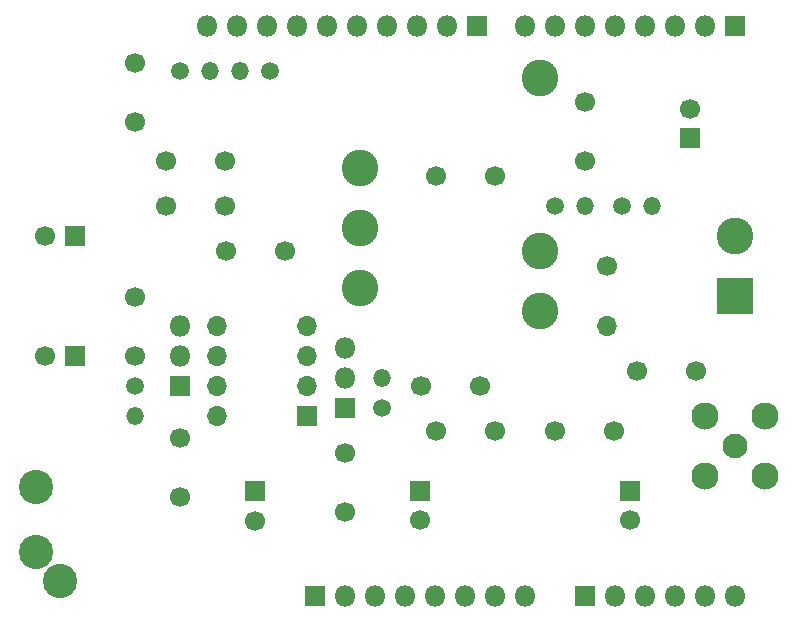
<source format=gbs>
%TF.GenerationSoftware,KiCad,Pcbnew,5.1.6-c6e7f7d~87~ubuntu16.04.1*%
%TF.CreationDate,2020-08-09T11:03:00+09:00*%
%TF.ProjectId,Akashi-07,416b6173-6869-42d3-9037-2e6b69636164,rev?*%
%TF.SameCoordinates,Original*%
%TF.FileFunction,Soldermask,Bot*%
%TF.FilePolarity,Negative*%
%FSLAX46Y46*%
G04 Gerber Fmt 4.6, Leading zero omitted, Abs format (unit mm)*
G04 Created by KiCad (PCBNEW 5.1.6-c6e7f7d~87~ubuntu16.04.1) date 2020-08-09 11:03:00*
%MOMM*%
%LPD*%
G01*
G04 APERTURE LIST*
%ADD10C,1.700000*%
%ADD11O,1.700000X1.700000*%
%ADD12R,1.800000X1.800000*%
%ADD13O,1.800000X1.800000*%
%ADD14C,2.900000*%
%ADD15C,3.100000*%
%ADD16R,1.700000X1.700000*%
%ADD17C,1.500000*%
%ADD18O,1.500000X1.500000*%
%ADD19R,3.100000X3.100000*%
%ADD20C,2.300000*%
%ADD21C,2.100000*%
G04 APERTURE END LIST*
D10*
%TO.C,L1*%
X164465000Y-93980000D03*
D11*
X164465000Y-99060000D03*
%TD*%
D10*
%TO.C,C1*%
X124460000Y-81835000D03*
X124460000Y-76835000D03*
%TD*%
%TO.C,C12*%
X124460000Y-101600000D03*
X124460000Y-96600000D03*
%TD*%
D12*
%TO.C,JP2*%
X128270000Y-104140000D03*
D13*
X128270000Y-101600000D03*
X128270000Y-99060000D03*
%TD*%
D12*
%TO.C,JP1*%
X142240000Y-106045000D03*
D13*
X142240000Y-103505000D03*
X142240000Y-100965000D03*
%TD*%
D14*
%TO.C,J3*%
X116110000Y-112750000D03*
X116110000Y-118250000D03*
X118110000Y-120650000D03*
%TD*%
D12*
%TO.C,J6*%
X153416000Y-73660000D03*
D13*
X150876000Y-73660000D03*
X148336000Y-73660000D03*
X145796000Y-73660000D03*
X143256000Y-73660000D03*
X140716000Y-73660000D03*
X138176000Y-73660000D03*
X135636000Y-73660000D03*
X133096000Y-73660000D03*
X130556000Y-73660000D03*
%TD*%
D15*
%TO.C,TP4*%
X143510000Y-95885000D03*
%TD*%
%TO.C,TP3*%
X143510000Y-90805000D03*
%TD*%
D16*
%TO.C,U4*%
X139065000Y-106680000D03*
D11*
X131445000Y-99060000D03*
X139065000Y-104140000D03*
X131445000Y-101600000D03*
X139065000Y-101600000D03*
X131445000Y-104140000D03*
X139065000Y-99060000D03*
X131445000Y-106680000D03*
%TD*%
D15*
%TO.C,TP6*%
X158750000Y-92710000D03*
%TD*%
%TO.C,TP5*%
X158750000Y-97790000D03*
%TD*%
%TO.C,TP2*%
X143510000Y-85725000D03*
%TD*%
%TO.C,TP1*%
X158750000Y-78105000D03*
%TD*%
D17*
%TO.C,R6*%
X124460000Y-104140000D03*
D18*
X124460000Y-106680000D03*
%TD*%
D17*
%TO.C,R5*%
X145415000Y-106045000D03*
D18*
X145415000Y-103505000D03*
%TD*%
D17*
%TO.C,R4*%
X165735000Y-88900000D03*
D18*
X168275000Y-88900000D03*
%TD*%
D17*
%TO.C,R3*%
X160020000Y-88900000D03*
D18*
X162560000Y-88900000D03*
%TD*%
D17*
%TO.C,R2*%
X128270000Y-77470000D03*
D18*
X130810000Y-77470000D03*
%TD*%
D17*
%TO.C,R1*%
X135890000Y-77470000D03*
D18*
X133350000Y-77470000D03*
%TD*%
D12*
%TO.C,J7*%
X175260000Y-73660000D03*
D13*
X172720000Y-73660000D03*
X170180000Y-73660000D03*
X167640000Y-73660000D03*
X165100000Y-73660000D03*
X162560000Y-73660000D03*
X160020000Y-73660000D03*
X157480000Y-73660000D03*
%TD*%
D12*
%TO.C,J5*%
X162560000Y-121920000D03*
D13*
X165100000Y-121920000D03*
X167640000Y-121920000D03*
X170180000Y-121920000D03*
X172720000Y-121920000D03*
X175260000Y-121920000D03*
%TD*%
D12*
%TO.C,J4*%
X139700000Y-121920000D03*
D13*
X142240000Y-121920000D03*
X144780000Y-121920000D03*
X147320000Y-121920000D03*
X149860000Y-121920000D03*
X152400000Y-121920000D03*
X154940000Y-121920000D03*
X157480000Y-121920000D03*
%TD*%
D19*
%TO.C,J2*%
X175260000Y-96520000D03*
D15*
X175260000Y-91440000D03*
%TD*%
D20*
%TO.C,J1*%
X177800000Y-111760000D03*
X172720000Y-111760000D03*
X172720000Y-106680000D03*
X177800000Y-106680000D03*
D21*
X175260000Y-109220000D03*
%TD*%
D16*
%TO.C,C19*%
X166370000Y-113030000D03*
D10*
X166370000Y-115530000D03*
%TD*%
%TO.C,C18*%
X160020000Y-107950000D03*
X165020000Y-107950000D03*
%TD*%
%TO.C,C17*%
X154940000Y-107950000D03*
X149940000Y-107950000D03*
%TD*%
D16*
%TO.C,C16*%
X148590000Y-113030000D03*
D10*
X148590000Y-115530000D03*
%TD*%
D16*
%TO.C,C15*%
X119380000Y-91440000D03*
D10*
X116880000Y-91440000D03*
%TD*%
D16*
%TO.C,C14*%
X119380000Y-101600000D03*
D10*
X116880000Y-101600000D03*
%TD*%
D16*
%TO.C,C13*%
X134620000Y-113070000D03*
D10*
X134620000Y-115570000D03*
%TD*%
%TO.C,C10*%
X128270000Y-108585000D03*
X128270000Y-113585000D03*
%TD*%
%TO.C,C11*%
X142240000Y-109855000D03*
X142240000Y-114855000D03*
%TD*%
%TO.C,C9*%
X153670000Y-104140000D03*
X148670000Y-104140000D03*
%TD*%
%TO.C,C8*%
X154940000Y-86360000D03*
X149940000Y-86360000D03*
%TD*%
D16*
%TO.C,C7*%
X171450000Y-83185000D03*
D10*
X171450000Y-80685000D03*
%TD*%
%TO.C,C6*%
X162560000Y-85090000D03*
X162560000Y-80090000D03*
%TD*%
%TO.C,C5*%
X167005000Y-102870000D03*
X172005000Y-102870000D03*
%TD*%
%TO.C,C4*%
X132080000Y-85090000D03*
X127080000Y-85090000D03*
%TD*%
%TO.C,C3*%
X137160000Y-92710000D03*
X132160000Y-92710000D03*
%TD*%
%TO.C,C2*%
X132080000Y-88900000D03*
X127080000Y-88900000D03*
%TD*%
M02*

</source>
